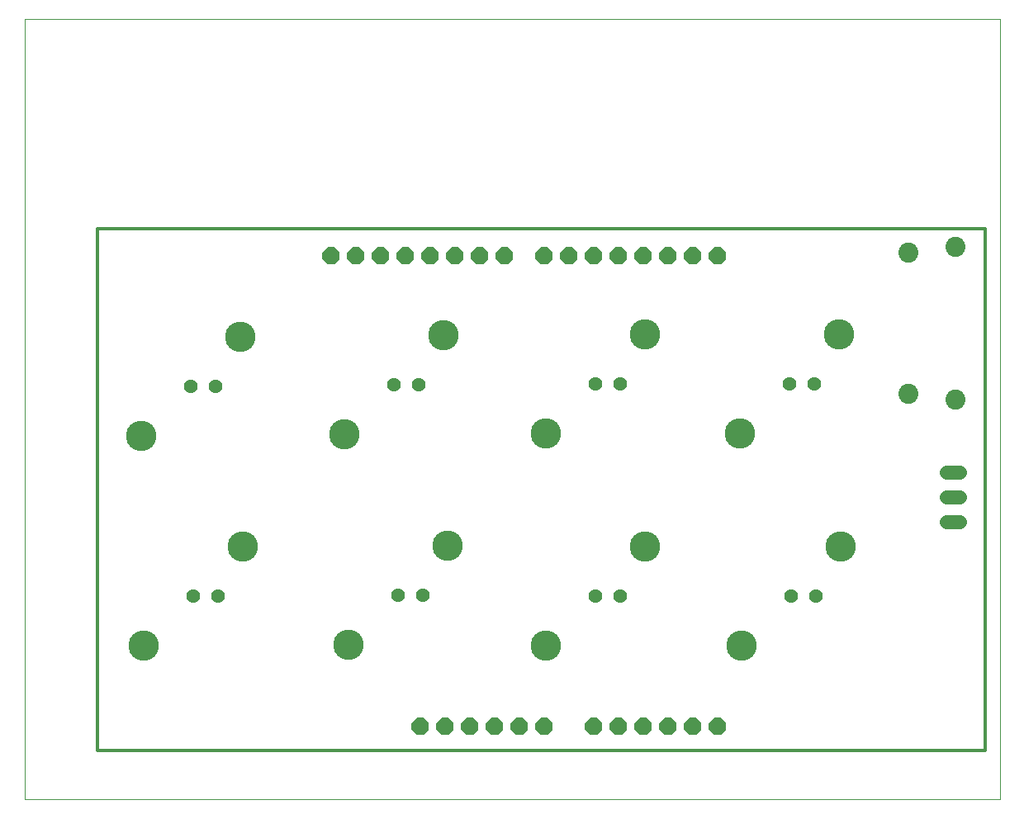
<source format=gbs>
G75*
%MOIN*%
%OFA0B0*%
%FSLAX24Y24*%
%IPPOS*%
%LPD*%
%AMOC8*
5,1,8,0,0,1.08239X$1,22.5*
%
%ADD10C,0.0000*%
%ADD11C,0.0120*%
%ADD12C,0.0566*%
%ADD13C,0.1227*%
%ADD14C,0.0808*%
%ADD15OC8,0.0700*%
%ADD16C,0.0580*%
D10*
X000100Y000100D02*
X000100Y031596D01*
X039470Y031596D01*
X039470Y000100D01*
X000100Y000100D01*
D11*
X003053Y002069D02*
X003053Y023131D01*
X038880Y023131D01*
X038880Y002069D01*
X003053Y002069D01*
D12*
X006904Y008320D03*
X007904Y008320D03*
X015192Y008342D03*
X016192Y008342D03*
X023141Y008321D03*
X024141Y008321D03*
X031046Y008324D03*
X032046Y008324D03*
X031996Y016883D03*
X030996Y016883D03*
X024139Y016883D03*
X023139Y016883D03*
X016014Y016840D03*
X015014Y016840D03*
X007807Y016794D03*
X006807Y016794D03*
D13*
X004807Y014794D03*
X008807Y018794D03*
X013014Y014840D03*
X017014Y018840D03*
X021139Y014883D03*
X025139Y018883D03*
X028996Y014883D03*
X032996Y018883D03*
X033046Y010324D03*
X029046Y006324D03*
X025141Y010321D03*
X021141Y006321D03*
X017192Y010342D03*
X013192Y006342D03*
X008904Y010320D03*
X004904Y006320D03*
D14*
X035769Y016478D03*
X037698Y016242D03*
X035769Y022187D03*
X037698Y022423D03*
D15*
X028080Y022037D03*
X027080Y022037D03*
X026080Y022037D03*
X025080Y022037D03*
X024080Y022037D03*
X023080Y022037D03*
X022080Y022037D03*
X021080Y022037D03*
X019480Y022037D03*
X018480Y022037D03*
X017480Y022037D03*
X016480Y022037D03*
X015480Y022037D03*
X014480Y022037D03*
X013480Y022037D03*
X012480Y022037D03*
X016080Y003037D03*
X017080Y003037D03*
X018080Y003037D03*
X019080Y003037D03*
X020080Y003037D03*
X021080Y003037D03*
X023080Y003037D03*
X024080Y003037D03*
X025080Y003037D03*
X026080Y003037D03*
X027080Y003037D03*
X028080Y003037D03*
D16*
X037311Y011313D02*
X037851Y011313D01*
X037851Y012313D02*
X037311Y012313D01*
X037311Y013313D02*
X037851Y013313D01*
M02*

</source>
